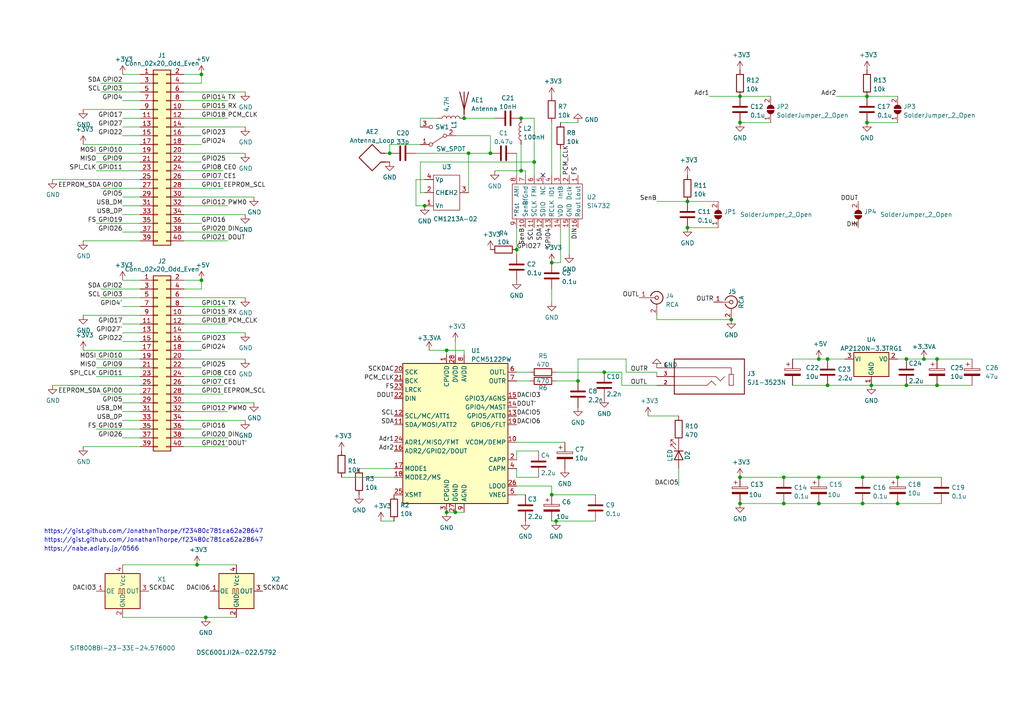
<source format=kicad_sch>
(kicad_sch (version 20211123) (generator eeschema)
  (paper "A4")
  (lib_symbols
    (symbol "Audio:PCM5122PW"
      (property "Reference" "U" (at -13.97 21.59 0))
      (property "Value" "PCM5122PW" (at 10.16 21.59 0))
      (symbol "PCM5122PW_1_1"
        (pin power_in line (at -2.54 22.86 270) (length 2.54) (name "CPVDD") (number "1"))
        (pin bidirectional line (at 17.78 -2.54 180) (length 2.54) (name "VCOM/DEMP") (number "10"))
        (pin bidirectional line (at -17.78 2.54 0) (length 2.54) (name "SDA/MOSI/ATT2") (number "11"))
        (pin input line (at -17.78 5.08 0) (length 2.54) (name "SCL/MC/ATT1") (number "12"))
        (pin bidirectional line (at 17.78 5.08 180) (length 2.54) (name "GPIO5/ATT0") (number "13"))
        (pin bidirectional line (at 17.78 7.62 180) (length 2.54) (name "GPIO4/MAST") (number "14"))
        (pin bidirectional line (at 17.78 10.16 180) (length 2.54) (name "GPIO3/AGNS") (number "15"))
        (pin bidirectional line (at -17.78 -5.08 0) (length 2.54) (name "ADR2/GPIO2/DOUT") (number "16"))
        (pin input line (at -17.78 -10.16 0) (length 2.54) (name "MODE1") (number "17"))
        (pin input line (at -17.78 -12.7 0) (length 2.54) (name "MODE2/MS") (number "18"))
        (pin bidirectional line (at 17.78 2.54 180) (length 2.54) (name "GPIO6/FLT") (number "19"))
        (pin passive line (at 17.78 -7.62 180) (length 2.54) (name "CAPP") (number "2"))
        (pin input line (at -17.78 17.78 0) (length 2.54) (name "SCK") (number "20"))
        (pin bidirectional line (at -17.78 15.24 0) (length 2.54) (name "BCK") (number "21"))
        (pin input line (at -17.78 10.16 0) (length 2.54) (name "DIN") (number "22"))
        (pin bidirectional line (at -17.78 12.7 0) (length 2.54) (name "LRCK") (number "23"))
        (pin bidirectional line (at -17.78 -2.54 0) (length 2.54) (name "ADR1/MISO/FMT") (number "24"))
        (pin input line (at -17.78 -17.78 0) (length 2.54) (name "XSMT") (number "25"))
        (pin passive line (at 17.78 -15.24 180) (length 2.54) (name "LDOO") (number "26"))
        (pin power_in line (at 0 -22.86 90) (length 2.54) (name "DGND") (number "27"))
        (pin power_in line (at 0 22.86 270) (length 2.54) (name "DVDD") (number "28"))
        (pin power_in line (at -2.54 -22.86 90) (length 2.54) (name "CPGND") (number "3"))
        (pin passive line (at 17.78 -10.16 180) (length 2.54) (name "CAPM") (number "4"))
        (pin passive line (at 17.78 -17.78 180) (length 2.54) (name "VNEG") (number "5"))
        (pin output line (at 17.78 17.78 180) (length 2.54) (name "OUTL") (number "6"))
        (pin output line (at 17.78 15.24 180) (length 2.54) (name "OUTR") (number "7"))
        (pin power_in line (at 2.54 22.86 270) (length 2.54) (name "AVDD") (number "8"))
        (pin power_in line (at 2.54 -22.86 90) (length 2.54) (name "AGND") (number "9"))
      )
    )
    (symbol "Connector:Conn_Coaxial" (pin_names (offset 1.016) hide)
      (property "Reference" "J" (at 0.254 3.048 0))
      (property "Value" "Conn_Coaxial" (at 2.921 0 90))
      (symbol "Conn_Coaxial_1_1"
        (pin passive line (at -5.08 0 0) (length 2.54) (name "In") (number "1"))
        (pin passive line (at 0 -5.08 90) (length 2.54) (name "Ext") (number "2"))
      )
    )
    (symbol "Connector_Generic:Conn_02x20_Odd_Even" (pin_names (offset 1.016) hide)
      (property "Reference" "J" (at 1.27 25.4 0))
      (property "Value" "Conn_02x20_Odd_Even" (at 1.27 -27.94 0))
      (symbol "Conn_02x20_Odd_Even_1_1"
        (pin passive line (at -5.08 22.86 0) (length 3.81) (name "Pin_1") (number "1"))
        (pin passive line (at 7.62 12.7 180) (length 3.81) (name "Pin_10") (number "10"))
        (pin passive line (at -5.08 10.16 0) (length 3.81) (name "Pin_11") (number "11"))
        (pin passive line (at 7.62 10.16 180) (length 3.81) (name "Pin_12") (number "12"))
        (pin passive line (at -5.08 7.62 0) (length 3.81) (name "Pin_13") (number "13"))
        (pin passive line (at 7.62 7.62 180) (length 3.81) (name "Pin_14") (number "14"))
        (pin passive line (at -5.08 5.08 0) (length 3.81) (name "Pin_15") (number "15"))
        (pin passive line (at 7.62 5.08 180) (length 3.81) (name "Pin_16") (number "16"))
        (pin passive line (at -5.08 2.54 0) (length 3.81) (name "Pin_17") (number "17"))
        (pin passive line (at 7.62 2.54 180) (length 3.81) (name "Pin_18") (number "18"))
        (pin passive line (at -5.08 0 0) (length 3.81) (name "Pin_19") (number "19"))
        (pin passive line (at 7.62 22.86 180) (length 3.81) (name "Pin_2") (number "2"))
        (pin passive line (at 7.62 0 180) (length 3.81) (name "Pin_20") (number "20"))
        (pin passive line (at -5.08 -2.54 0) (length 3.81) (name "Pin_21") (number "21"))
        (pin passive line (at 7.62 -2.54 180) (length 3.81) (name "Pin_22") (number "22"))
        (pin passive line (at -5.08 -5.08 0) (length 3.81) (name "Pin_23") (number "23"))
        (pin passive line (at 7.62 -5.08 180) (length 3.81) (name "Pin_24") (number "24"))
        (pin passive line (at -5.08 -7.62 0) (length 3.81) (name "Pin_25") (number "25"))
        (pin passive line (at 7.62 -7.62 180) (length 3.81) (name "Pin_26") (number "26"))
        (pin passive line (at -5.08 -10.16 0) (length 3.81) (name "Pin_27") (number "27"))
        (pin passive line (at 7.62 -10.16 180) (length 3.81) (name "Pin_28") (number "28"))
        (pin passive line (at -5.08 -12.7 0) (length 3.81) (name "Pin_29") (number "29"))
        (pin passive line (at -5.08 20.32 0) (length 3.81) (name "Pin_3") (number "3"))
        (pin passive line (at 7.62 -12.7 180) (length 3.81) (name "Pin_30") (number "30"))
        (pin passive line (at -5.08 -15.24 0) (length 3.81) (name "Pin_31") (number "31"))
        (pin passive line (at 7.62 -15.24 180) (length 3.81) (name "Pin_32") (number "32"))
        (pin passive line (at -5.08 -17.78 0) (length 3.81) (name "Pin_33") (number "33"))
        (pin passive line (at 7.62 -17.78 180) (length 3.81) (name "Pin_34") (number "34"))
        (pin passive line (at -5.08 -20.32 0) (length 3.81) (name "Pin_35") (number "35"))
        (pin passive line (at 7.62 -20.32 180) (length 3.81) (name "Pin_36") (number "36"))
        (pin passive line (at -5.08 -22.86 0) (length 3.81) (name "Pin_37") (number "37"))
        (pin passive line (at 7.62 -22.86 180) (length 3.81) (name "Pin_38") (number "38"))
        (pin passive line (at -5.08 -25.4 0) (length 3.81) (name "Pin_39") (number "39"))
        (pin passive line (at 7.62 20.32 180) (length 3.81) (name "Pin_4") (number "4"))
        (pin passive line (at 7.62 -25.4 180) (length 3.81) (name "Pin_40") (number "40"))
        (pin passive line (at -5.08 17.78 0) (length 3.81) (name "Pin_5") (number "5"))
        (pin passive line (at 7.62 17.78 180) (length 3.81) (name "Pin_6") (number "6"))
        (pin passive line (at -5.08 15.24 0) (length 3.81) (name "Pin_7") (number "7"))
        (pin passive line (at 7.62 15.24 180) (length 3.81) (name "Pin_8") (number "8"))
        (pin passive line (at -5.08 12.7 0) (length 3.81) (name "Pin_9") (number "9"))
      )
    )
    (symbol "Device:Antenna" (pin_numbers hide) (pin_names (offset 1.016) hide)
      (property "Reference" "AE" (at -1.905 1.905 0))
      (property "Value" "Antenna" (at -1.905 0 0))
      (symbol "Antenna_1_1"
        (pin input line (at 0 -5.08 90) (length 2.54) (name "A") (number "1"))
      )
    )
    (symbol "Device:Antenna_Loop" (pin_numbers hide) (pin_names (offset 1.016) hide)
      (property "Reference" "AE" (at 1.27 6.35 0))
      (property "Value" "Antenna_Loop" (at 1.27 5.08 0))
      (symbol "Antenna_Loop_1_1"
        (pin input line (at 0 -5.08 90) (length 2.54) (name "~") (number "1"))
        (pin input line (at 2.54 -5.08 90) (length 2.54) (name "~") (number "2"))
      )
    )
    (symbol "Device:C" (pin_numbers hide) (pin_names (offset 0.254))
      (property "Reference" "C" (at 0.635 2.54 0))
      (property "Value" "C" (at 0.635 -2.54 0))
      (symbol "C_1_1"
        (pin passive line (at 0 3.81 270) (length 2.794) (name "~") (number "1"))
        (pin passive line (at 0 -3.81 90) (length 2.794) (name "~") (number "2"))
      )
    )
    (symbol "Device:C_Polarized" (pin_numbers hide) (pin_names (offset 0.254))
      (property "Reference" "C" (at 0.635 2.54 0))
      (property "Value" "C_Polarized" (at 0.635 -2.54 0))
      (symbol "C_Polarized_1_1"
        (pin passive line (at 0 3.81 270) (length 2.794) (name "~") (number "1"))
        (pin passive line (at 0 -3.81 90) (length 2.794) (name "~") (number "2"))
      )
    )
    (symbol "Device:L" (pin_numbers hide) (pin_names (offset 1.016) hide)
      (property "Reference" "L" (at -1.27 0 90))
      (property "Value" "L" (at 1.905 0 90))
      (symbol "L_1_1"
        (pin passive line (at 0 3.81 270) (length 1.27) (name "1") (number "1"))
        (pin passive line (at 0 -3.81 90) (length 1.27) (name "2") (number "2"))
      )
    )
    (symbol "Device:LED" (pin_numbers hide) (pin_names (offset 1.016) hide)
      (property "Reference" "D" (at 0 2.54 0))
      (property "Value" "LED" (at 0 -2.54 0))
      (symbol "LED_1_1"
        (pin passive line (at -3.81 0 0) (length 2.54) (name "K") (number "1"))
        (pin passive line (at 3.81 0 180) (length 2.54) (name "A") (number "2"))
      )
    )
    (symbol "Device:R" (pin_numbers hide) (pin_names (offset 0))
      (property "Reference" "R" (at 2.032 0 90))
      (property "Value" "R" (at 0 0 90))
      (symbol "R_1_1"
        (pin passive line (at 0 3.81 270) (length 1.27) (name "~") (number "1"))
        (pin passive line (at 0 -3.81 90) (length 1.27) (name "~") (number "2"))
      )
    )
    (symbol "Jumper:SolderJumper_2_Open" (pin_names (offset 0) hide)
      (property "Reference" "JP" (at 0 2.032 0))
      (property "Value" "SolderJumper_2_Open" (at 0 -2.54 0))
      (symbol "SolderJumper_2_Open_1_1"
        (pin passive line (at -3.81 0 0) (length 2.54) (name "A") (number "1"))
        (pin passive line (at 3.81 0 180) (length 2.54) (name "B") (number "2"))
      )
    )
    (symbol "Oscillator:SG-5032CCN" (pin_names (offset 0.254))
      (property "Reference" "X" (at -5.08 6.35 0))
      (property "Value" "SG-5032CCN" (at 1.27 -6.35 0))
      (symbol "SG-5032CCN_1_1"
        (pin input line (at -7.62 0 0) (length 2.54) (name "OE") (number "1"))
        (pin power_in line (at 0 -7.62 90) (length 2.54) (name "GND") (number "2"))
        (pin output line (at 7.62 0 180) (length 2.54) (name "OUT") (number "3"))
        (pin power_in line (at 0 7.62 270) (length 2.54) (name "Vcc") (number "4"))
      )
    )
    (symbol "Regulator_Linear:AP2127N-2.5" (pin_names (offset 0.254))
      (property "Reference" "U" (at -3.81 3.175 0))
      (property "Value" "AP2127N-2.5" (at 0 3.175 0))
      (symbol "AP2127N-2.5_1_1"
        (pin power_in line (at 0 -7.62 90) (length 2.54) (name "GND") (number "1"))
        (pin power_out line (at 7.62 0 180) (length 2.54) (name "VO") (number "2"))
        (pin power_in line (at -7.62 0 0) (length 2.54) (name "VI") (number "3"))
      )
    )
    (symbol "Switch:SW_SPDT" (pin_names (offset 0) hide)
      (property "Reference" "SW" (at 0 4.318 0))
      (property "Value" "SW_SPDT" (at 0 -5.08 0))
      (symbol "SW_SPDT_1_1"
        (pin passive line (at 5.08 2.54 180) (length 2.54) (name "A") (number "1"))
        (pin passive line (at -5.08 0 0) (length 2.54) (name "B") (number "2"))
        (pin passive line (at 5.08 -2.54 180) (length 2.54) (name "C") (number "3"))
      )
    )
    (symbol "locallib:CM1213A-02"
      (property "Reference" "U" (at 0 -8.89 0))
      (property "Value" "CM1213A-02" (at 0 12.7 0))
      (symbol "CM1213A-02_1_1"
        (pin passive line (at -10.16 1.27 0) (length 2.54) (name "Vn") (number "1"))
        (pin passive line (at -10.16 5.08 0) (length 2.54) (name "CH1") (number "2"))
        (pin passive line (at 2.54 5.08 180) (length 2.54) (name "CH2") (number "3"))
        (pin passive line (at -10.16 8.89 0) (length 2.54) (name "Vp") (number "4"))
      )
    )
    (symbol "locallib:SJ1-3523N" (pin_names (offset 1.016) hide)
      (property "Reference" "J" (at -10.16 7.62 0))
      (property "Value" "SJ1-3523N" (at -10.16 -10.16 0))
      (symbol "SJ1-3523N_0_0"
        (pin passive line (at 15.24 2.54 180) (length 5.08) (name "~") (number "1"))
        (pin passive line (at 15.24 -2.54 180) (length 5.08) (name "~") (number "2"))
        (pin passive line (at 15.24 0 180) (length 5.08) (name "~") (number "3"))
      )
    )
    (symbol "locallib:Si4832"
      (property "Reference" "U" (at 0 -13.97 0))
      (property "Value" "Si4832" (at -1.27 8.89 0))
      (symbol "Si4832_1_1"
        (pin passive line (at -7.62 6.35 0) (length 2.54) (name "Lout") (number "1"))
        (pin passive line (at 7.62 -8.89 180) (length 2.54) (name "SenB") (number "10"))
        (pin passive line (at 7.62 -6.35 180) (length 2.54) (name "SCLK") (number "11"))
        (pin passive line (at 7.62 -3.81 180) (length 2.54) (name "SDIO") (number "12"))
        (pin passive line (at 7.62 -1.27 180) (length 2.54) (name "RCLK") (number "13"))
        (pin passive line (at 7.62 1.27 180) (length 2.54) (name "VDD") (number "14"))
        (pin passive line (at 7.62 3.81 180) (length 2.54) (name "GND") (number "15"))
        (pin passive line (at 7.62 6.35 180) (length 2.54) (name "Rout") (number "16"))
        (pin passive line (at -7.62 3.81 0) (length 2.54) (name "Dclk") (number "2"))
        (pin passive line (at -7.62 1.27 0) (length 2.54) (name "IntB") (number "3"))
        (pin passive line (at -7.62 -1.27 0) (length 2.54) (name "IO1") (number "4"))
        (pin passive line (at -7.62 -3.81 0) (length 2.54) (name "NC") (number "5"))
        (pin passive line (at -7.62 -6.35 0) (length 2.54) (name "FMI") (number "6"))
        (pin passive line (at -7.62 -8.89 0) (length 2.54) (name "RfGnd") (number "7"))
        (pin passive line (at -7.62 -11.43 0) (length 2.54) (name "AMI") (number "8"))
        (pin passive line (at 7.62 -11.43 180) (length 2.54) (name "*Rst") (number "9"))
      )
    )
    (symbol "power:+3.3VA" (power) (pin_names (offset 0))
      (property "Value" "+3.3VA" (at 0 3.556 0))
      (symbol "+3.3VA_1_1"
        (pin power_in line (at 0 0 90) (length 0) hide (name "+3.3VA") (number "1"))
      )
    )
    (symbol "power:+3V3" (power) (pin_names (offset 0))
      (property "Value" "+3V3" (at 0 3.556 0))
      (symbol "+3V3_1_1"
        (pin power_in line (at 0 0 90) (length 0) hide (name "+3V3") (number "1"))
      )
    )
    (symbol "power:+5V" (power) (pin_names (offset 0))
      (property "Value" "+5V" (at 0 3.556 0))
      (symbol "+5V_1_1"
        (pin power_in line (at 0 0 90) (length 0) hide (name "+5V") (number "1"))
      )
    )
    (symbol "power:GND" (power) (pin_names (offset 0))
      (property "Value" "GND" (at 0 -3.81 0))
      (symbol "GND_1_1"
        (pin power_in line (at 0 0 270) (length 0) hide (name "GND") (number "1"))
      )
    )
  )
  (junction (at 132.08 148.59))
  (junction (at 251.46 27.94))
  (junction (at 161.29 151.13))
  (junction (at 199.39 66.04))
  (junction (at 135.89 44.45))
  (junction (at 58.42 21.59))
  (junction (at 160.02 143.51))
  (junction (at 113.03 44.45))
  (junction (at 151.13 49.53))
  (junction (at 57.15 163.83))
  (junction (at 59.69 179.07))
  (junction (at 262.89 111.76))
  (junction (at 212.09 92.71))
  (junction (at 240.03 104.14))
  (junction (at 129.54 148.59))
  (junction (at 214.63 138.43))
  (junction (at 251.46 35.56))
  (junction (at 199.39 58.42))
  (junction (at 129.54 101.6))
  (junction (at 149.86 72.39))
  (junction (at 237.49 104.14))
  (junction (at 227.33 138.43))
  (junction (at 227.33 146.05))
  (junction (at 260.35 146.05))
  (junction (at 154.94 46.99))
  (junction (at 237.49 138.43))
  (junction (at 262.89 104.14))
  (junction (at 175.26 107.95))
  (junction (at 123.19 59.69))
  (junction (at 271.78 104.14))
  (junction (at 250.19 138.43))
  (junction (at 252.73 111.76))
  (junction (at 214.63 146.05))
  (junction (at 237.49 146.05))
  (junction (at 160.02 76.2))
  (junction (at 214.63 35.56))
  (junction (at 271.78 111.76))
  (junction (at 142.24 44.45))
  (junction (at 167.64 110.49))
  (junction (at 134.62 34.29))
  (junction (at 151.13 34.29))
  (junction (at 260.35 138.43))
  (junction (at 214.63 27.94))
  (junction (at 240.03 111.76))
  (junction (at 267.97 104.14))
  (junction (at 58.42 81.28))
  (junction (at 250.19 146.05))
  (no_connect (at 157.48 50.8))
  (wire (pts (xy 205.74 27.94) (xy 214.63 27.94)))
  (wire (pts (xy 121.92 55.88) (xy 123.19 55.88)))
  (wire (pts (xy 237.49 138.43) (xy 250.19 138.43)))
  (wire (pts (xy 152.4 50.8) (xy 152.4 49.53)))
  (wire (pts (xy 149.86 128.27) (xy 163.83 128.27)))
  (wire (pts (xy 110.49 151.13) (xy 114.3 151.13)))
  (wire (pts (xy 196.85 140.97) (xy 196.85 135.89)))
  (wire (pts (xy 240.03 104.14) (xy 245.11 104.14)))
  (wire (pts (xy 149.86 107.95) (xy 153.67 107.95)))
  (wire (pts (xy 53.34 34.29) (xy 66.04 34.29)))
  (wire (pts (xy 24.13 91.44) (xy 40.64 91.44)))
  (wire (pts (xy 167.64 104.14) (xy 167.64 110.49)))
  (wire (pts (xy 160.02 143.51) (xy 172.72 143.51)))
  (wire (pts (xy 35.56 96.52) (xy 40.64 96.52)))
  (wire (pts (xy 29.21 26.67) (xy 40.64 26.67)))
  (wire (pts (xy 53.34 29.21) (xy 66.04 29.21)))
  (wire (pts (xy 53.34 104.14) (xy 71.12 104.14)))
  (wire (pts (xy 175.26 107.95) (xy 180.34 107.95)))
  (wire (pts (xy 53.34 127) (xy 66.04 127)))
  (wire (pts (xy 260.35 104.14) (xy 262.89 104.14)))
  (wire (pts (xy 15.24 52.07) (xy 40.64 52.07)))
  (wire (pts (xy 29.21 24.13) (xy 40.64 24.13)))
  (wire (pts (xy 27.94 124.46) (xy 40.64 124.46)))
  (wire (pts (xy 53.34 91.44) (xy 66.04 91.44)))
  (wire (pts (xy 53.34 129.54) (xy 66.04 129.54)))
  (wire (pts (xy 71.12 121.92) (xy 53.34 121.92)))
  (wire (pts (xy 53.34 39.37) (xy 58.42 39.37)))
  (wire (pts (xy 267.97 104.14) (xy 271.78 104.14)))
  (wire (pts (xy 104.14 135.89) (xy 114.3 135.89)))
  (wire (pts (xy 29.21 114.3) (xy 40.64 114.3)))
  (wire (pts (xy 262.89 111.76) (xy 271.78 111.76)))
  (wire (pts (xy 53.34 116.84) (xy 73.66 116.84)))
  (wire (pts (xy 190.5 58.42) (xy 199.39 58.42)))
  (wire (pts (xy 180.34 111.76) (xy 190.5 111.76)))
  (wire (pts (xy 149.86 72.39) (xy 149.86 73.66)))
  (wire (pts (xy 160.02 76.2) (xy 162.56 76.2)))
  (wire (pts (xy 53.34 124.46) (xy 58.42 124.46)))
  (wire (pts (xy 149.86 140.97) (xy 160.02 140.97)))
  (wire (pts (xy 132.08 39.37) (xy 142.24 39.37)))
  (wire (pts (xy 27.94 104.14) (xy 40.64 104.14)))
  (wire (pts (xy 134.62 101.6) (xy 134.62 102.87)))
  (wire (pts (xy 154.94 46.99) (xy 121.92 46.99)))
  (wire (pts (xy 35.56 121.92) (xy 40.64 121.92)))
  (wire (pts (xy 129.54 148.59) (xy 132.08 148.59)))
  (wire (pts (xy 129.54 101.6) (xy 129.54 102.87)))
  (wire (pts (xy 35.56 36.83) (xy 40.64 36.83)))
  (wire (pts (xy 161.29 151.13) (xy 172.72 151.13)))
  (wire (pts (xy 187.96 120.65) (xy 196.85 120.65)))
  (wire (pts (xy 121.92 34.29) (xy 121.92 36.83)))
  (wire (pts (xy 250.19 146.05) (xy 260.35 146.05)))
  (wire (pts (xy 35.56 116.84) (xy 40.64 116.84)))
  (wire (pts (xy 199.39 58.42) (xy 208.28 58.42)))
  (wire (pts (xy 262.89 104.14) (xy 267.97 104.14)))
  (wire (pts (xy 151.13 41.91) (xy 151.13 49.53)))
  (wire (pts (xy 229.87 104.14) (xy 237.49 104.14)))
  (wire (pts (xy 134.62 34.29) (xy 143.51 34.29)))
  (wire (pts (xy 132.08 99.06) (xy 132.08 102.87)))
  (wire (pts (xy 35.56 62.23) (xy 40.64 62.23)))
  (wire (pts (xy 27.94 46.99) (xy 40.64 46.99)))
  (wire (pts (xy 149.86 66.04) (xy 149.86 72.39)))
  (wire (pts (xy 53.34 26.67) (xy 71.12 26.67)))
  (wire (pts (xy 251.46 35.56) (xy 260.35 35.56)))
  (wire (pts (xy 24.13 101.6) (xy 40.64 101.6)))
  (wire (pts (xy 123.19 52.07) (xy 120.65 52.07)))
  (wire (pts (xy 135.89 44.45) (xy 135.89 55.88)))
  (wire (pts (xy 149.86 130.81) (xy 156.21 130.81)))
  (wire (pts (xy 53.34 93.98) (xy 66.04 93.98)))
  (wire (pts (xy 53.34 49.53) (xy 64.77 49.53)))
  (wire (pts (xy 161.29 110.49) (xy 167.64 110.49)))
  (wire (pts (xy 29.21 83.82) (xy 40.64 83.82)))
  (wire (pts (xy 53.34 52.07) (xy 64.77 52.07)))
  (wire (pts (xy 53.34 41.91) (xy 58.42 41.91)))
  (wire (pts (xy 58.42 24.13) (xy 58.42 21.59)))
  (wire (pts (xy 143.51 49.53) (xy 151.13 49.53)))
  (wire (pts (xy 53.34 111.76) (xy 64.77 111.76)))
  (wire (pts (xy 165.1 66.04) (xy 165.1 73.66)))
  (wire (pts (xy 120.65 44.45) (xy 135.89 44.45)))
  (wire (pts (xy 40.64 129.54) (xy 24.13 129.54)))
  (wire (pts (xy 227.33 146.05) (xy 237.49 146.05)))
  (wire (pts (xy 180.34 107.95) (xy 180.34 111.76)))
  (wire (pts (xy 181.61 104.14) (xy 181.61 107.95)))
  (wire (pts (xy 142.24 44.45) (xy 135.89 44.45)))
  (wire (pts (xy 181.61 107.95) (xy 190.5 107.95)))
  (wire (pts (xy 27.94 49.53) (xy 40.64 49.53)))
  (wire (pts (xy 250.19 138.43) (xy 260.35 138.43)))
  (wire (pts (xy 129.54 101.6) (xy 134.62 101.6)))
  (wire (pts (xy 237.49 104.14) (xy 240.03 104.14)))
  (wire (pts (xy 53.34 106.68) (xy 58.42 106.68)))
  (wire (pts (xy 35.56 99.06) (xy 40.64 99.06)))
  (wire (pts (xy 29.21 86.36) (xy 40.64 86.36)))
  (wire (pts (xy 27.94 64.77) (xy 40.64 64.77)))
  (wire (pts (xy 124.46 101.6) (xy 129.54 101.6)))
  (wire (pts (xy 151.13 49.53) (xy 152.4 49.53)))
  (wire (pts (xy 53.34 114.3) (xy 64.77 114.3)))
  (wire (pts (xy 35.56 21.59) (xy 40.64 21.59)))
  (wire (pts (xy 53.34 109.22) (xy 64.77 109.22)))
  (wire (pts (xy 120.65 59.69) (xy 123.19 59.69)))
  (wire (pts (xy 162.56 66.04) (xy 162.56 76.2)))
  (wire (pts (xy 53.34 96.52) (xy 71.12 96.52)))
  (wire (pts (xy 35.56 93.98) (xy 40.64 93.98)))
  (wire (pts (xy 121.92 46.99) (xy 121.92 55.88)))
  (wire (pts (xy 181.61 104.14) (xy 167.64 104.14)))
  (wire (pts (xy 132.08 148.59) (xy 134.62 148.59)))
  (wire (pts (xy 35.56 34.29) (xy 40.64 34.29)))
  (wire (pts (xy 190.5 92.71) (xy 190.5 91.44)))
  (wire (pts (xy 35.56 163.83) (xy 57.15 163.83)))
  (wire (pts (xy 53.34 21.59) (xy 58.42 21.59)))
  (wire (pts (xy 160.02 151.13) (xy 161.29 151.13)))
  (wire (pts (xy 142.24 39.37) (xy 142.24 44.45)))
  (wire (pts (xy 154.94 50.8) (xy 154.94 46.99)))
  (wire (pts (xy 35.56 59.69) (xy 40.64 59.69)))
  (wire (pts (xy 35.56 119.38) (xy 40.64 119.38)))
  (wire (pts (xy 214.63 146.05) (xy 227.33 146.05)))
  (wire (pts (xy 53.34 59.69) (xy 66.04 59.69)))
  (wire (pts (xy 53.34 69.85) (xy 66.04 69.85)))
  (wire (pts (xy 53.34 67.31) (xy 66.04 67.31)))
  (wire (pts (xy 190.5 107.95) (xy 190.5 109.22)))
  (wire (pts (xy 161.29 107.95) (xy 175.26 107.95)))
  (wire (pts (xy 53.34 119.38) (xy 66.04 119.38)))
  (wire (pts (xy 53.34 57.15) (xy 73.66 57.15)))
  (wire (pts (xy 151.13 34.29) (xy 154.94 34.29)))
  (wire (pts (xy 240.03 111.76) (xy 252.73 111.76)))
  (wire (pts (xy 35.56 88.9) (xy 40.64 88.9)))
  (wire (pts (xy 35.56 127) (xy 40.64 127)))
  (wire (pts (xy 127 34.29) (xy 121.92 34.29)))
  (wire (pts (xy 149.86 138.43) (xy 149.86 135.89)))
  (wire (pts (xy 53.34 31.75) (xy 66.04 31.75)))
  (wire (pts (xy 214.63 35.56) (xy 223.52 35.56)))
  (wire (pts (xy 154.94 34.29) (xy 154.94 46.99)))
  (wire (pts (xy 113.03 41.91) (xy 121.92 41.91)))
  (wire (pts (xy 53.34 83.82) (xy 58.42 83.82)))
  (wire (pts (xy 35.56 29.21) (xy 40.64 29.21)))
  (wire (pts (xy 24.13 41.91) (xy 40.64 41.91)))
  (wire (pts (xy 35.56 39.37) (xy 40.64 39.37)))
  (wire (pts (xy 120.65 52.07) (xy 120.65 59.69)))
  (wire (pts (xy 29.21 54.61) (xy 40.64 54.61)))
  (wire (pts (xy 113.03 44.45) (xy 113.03 41.91)))
  (wire (pts (xy 149.86 44.45) (xy 149.86 50.8)))
  (wire (pts (xy 27.94 106.68) (xy 40.64 106.68)))
  (wire (pts (xy 99.06 138.43) (xy 114.3 138.43)))
  (wire (pts (xy 27.94 109.22) (xy 40.64 109.22)))
  (wire (pts (xy 252.73 111.76) (xy 262.89 111.76)))
  (wire (pts (xy 53.34 99.06) (xy 58.42 99.06)))
  (wire (pts (xy 53.34 86.36) (xy 71.12 86.36)))
  (wire (pts (xy 27.94 44.45) (xy 40.64 44.45)))
  (wire (pts (xy 58.42 83.82) (xy 58.42 81.28)))
  (wire (pts (xy 35.56 179.07) (xy 59.69 179.07)))
  (wire (pts (xy 53.34 46.99) (xy 58.42 46.99)))
  (wire (pts (xy 71.12 62.23) (xy 53.34 62.23)))
  (wire (pts (xy 35.56 67.31) (xy 40.64 67.31)))
  (wire (pts (xy 229.87 111.76) (xy 240.03 111.76)))
  (wire (pts (xy 156.21 138.43) (xy 149.86 138.43)))
  (wire (pts (xy 242.57 27.94) (xy 251.46 27.94)))
  (wire (pts (xy 40.64 69.85) (xy 24.13 69.85)))
  (wire (pts (xy 35.56 81.28) (xy 40.64 81.28)))
  (wire (pts (xy 260.35 138.43) (xy 273.05 138.43)))
  (wire (pts (xy 149.86 133.35) (xy 149.86 130.81)))
  (wire (pts (xy 15.24 111.76) (xy 40.64 111.76)))
  (wire (pts (xy 214.63 138.43) (xy 227.33 138.43)))
  (wire (pts (xy 260.35 146.05) (xy 273.05 146.05)))
  (wire (pts (xy 251.46 27.94) (xy 260.35 27.94)))
  (wire (pts (xy 53.34 101.6) (xy 58.42 101.6)))
  (wire (pts (xy 162.56 43.18) (xy 162.56 50.8)))
  (wire (pts (xy 212.09 92.71) (xy 190.5 92.71)))
  (wire (pts (xy 162.56 35.56) (xy 167.64 35.56)))
  (wire (pts (xy 271.78 104.14) (xy 281.94 104.14)))
  (wire (pts (xy 160.02 83.82) (xy 160.02 87.63)))
  (wire (pts (xy 237.49 146.05) (xy 250.19 146.05)))
  (wire (pts (xy 149.86 143.51) (xy 152.4 143.51)))
  (wire (pts (xy 53.34 64.77) (xy 58.42 64.77)))
  (wire (pts (xy 149.86 110.49) (xy 153.67 110.49)))
  (wire (pts (xy 214.63 27.94) (xy 223.52 27.94)))
  (wire (pts (xy 53.34 36.83) (xy 71.12 36.83)))
  (wire (pts (xy 160.02 35.56) (xy 160.02 50.8)))
  (wire (pts (xy 24.13 31.75) (xy 40.64 31.75)))
  (wire (pts (xy 271.78 111.76) (xy 281.94 111.76)))
  (wire (pts (xy 199.39 66.04) (xy 208.28 66.04)))
  (wire (pts (xy 53.34 24.13) (xy 58.42 24.13)))
  (wire (pts (xy 53.34 54.61) (xy 64.77 54.61)))
  (wire (pts (xy 160.02 140.97) (xy 160.02 143.51)))
  (wire (pts (xy 53.34 88.9) (xy 66.04 88.9)))
  (wire (pts (xy 57.15 163.83) (xy 68.58 163.83)))
  (wire (pts (xy 53.34 81.28) (xy 58.42 81.28)))
  (wire (pts (xy 35.56 57.15) (xy 40.64 57.15)))
  (wire (pts (xy 227.33 138.43) (xy 237.49 138.43)))
  (wire (pts (xy 53.34 44.45) (xy 71.12 44.45)))
  (wire (pts (xy 59.69 179.07) (xy 68.58 179.07)))
  (text "https://gist.github.com/JonathanThorpe/f23480c781ca62a28647" (at 12.7 154.94 0) (effects (font (size 1.27 1.27)) (justify left bottom)))
  (text "https://nabe.adiary.jp/0566" (at 12.7 160.02 0) (effects (font (size 1.27 1.27)) (justify left bottom)))
  (text "https://gist.github.com/JonathanThorpe/f23480c781ca62a28647" (at 12.7 157.48 0) (effects (font (size 1.27 1.27)) (justify left bottom)))
  (label "DACIO5" (at 149.86 120.65 0))
  (label "OUTR" (at 207.01 87.63 180))
  (label "GPIO12" (at 58.42 59.69 0))
  (label "GPIO7" (at 58.42 111.76 0))
  (label "GPIO4" (at 35.56 29.21 180))
  (label "GPIO27'" (at 35.56 96.52 180))
  (label "SPI_CLK" (at 27.94 109.22 180))
  (label "GPIO19" (at 35.56 64.77 180))
  (label "GPIO10" (at 35.56 44.45 180))
  (label "GPIO26" (at 35.56 67.31 180))
  (label "GPIO2" (at 35.56 83.82 180))
  (label "GPIO15" (at 58.42 31.75 0))
  (label "GPIO8" (at 58.42 49.53 0))
  (label "CE1" (at 64.77 111.76 0))
  (label "GPIO11" (at 35.56 49.53 180))
  (label "GPIO8" (at 58.42 109.22 0))
  (label "CE0" (at 64.77 109.22 0))
  (label "FS" (at 27.94 124.46 180))
  (label "GPIO12" (at 58.42 119.38 0))
  (label "DOUT" (at 114.3 115.57 180))
  (label "MOSI" (at 27.94 44.45 180))
  (label "DIN" (at 66.04 127 0))
  (label "PCM_CLK" (at 114.3 110.49 180))
  (label "SCL" (at 29.21 26.67 180))
  (label "GPIO10" (at 35.56 104.14 180))
  (label "OUTL" (at 185.42 86.36 180))
  (label "GPIO11" (at 35.56 109.22 180))
  (label "CE0" (at 64.77 49.53 0))
  (label "EEPROM_SDA" (at 29.21 114.3 180))
  (label "PCM_CLK" (at 66.04 93.98 0))
  (label "DOUT" (at 248.92 58.42 180))
  (label "SDA" (at 157.48 66.04 270))
  (label "GPIO5" (at 35.56 57.15 180))
  (label "GPIO7" (at 58.42 52.07 0))
  (label "GPIO5" (at 35.56 116.84 180))
  (label "EEPROM_SCL" (at 64.77 54.61 0))
  (label "GPIO26" (at 35.56 127 180))
  (label "MISO" (at 27.94 106.68 180))
  (label "USB_DM" (at 35.56 59.69 180))
  (label "FS" (at 114.3 113.03 180))
  (label "SCKDAC" (at 43.18 171.45 0))
  (label "PCM_CLK" (at 66.04 34.29 0))
  (label "GPIO27" (at 35.56 36.83 180))
  (label "GPIO4" (at 160.02 66.04 270))
  (label "GPIO21'" (at 58.42 129.54 0))
  (label "GPIO1" (at 58.42 54.61 0))
  (label "DACIO3" (at 149.86 115.57 0))
  (label "GPIO25" (at 58.42 46.99 0))
  (label "USB_DP" (at 35.56 62.23 180))
  (label "MOSI" (at 27.94 104.14 180))
  (label "GPIO20" (at 58.42 67.31 0))
  (label "RX" (at 66.04 91.44 0))
  (label "GPIO17" (at 35.56 34.29 180))
  (label "GPIO19" (at 35.56 124.46 180))
  (label "Adr2" (at 114.3 130.81 180))
  (label "Adr1" (at 205.74 27.94 180))
  (label "DACIO6" (at 60.96 171.45 180))
  (label "OUTR" (at 182.88 107.95 0))
  (label "GPIO25" (at 58.42 106.68 0))
  (label "GPIO22" (at 35.56 99.06 180))
  (label "USB_DM" (at 35.56 119.38 180))
  (label "GPIO9" (at 35.56 46.99 180))
  (label "SCKDAC" (at 114.3 107.95 180))
  (label "MISO" (at 27.94 46.99 180))
  (label "GPIO2" (at 35.56 24.13 180))
  (label "GPIO3" (at 35.56 86.36 180))
  (label "SCKDAC" (at 76.2 171.45 0))
  (label "Adr2" (at 242.57 27.94 180))
  (label "SPI_CLK" (at 27.94 49.53 180))
  (label "PWM0" (at 66.04 119.38 0))
  (label "GPIO0" (at 35.56 54.61 180))
  (label "SCL" (at 154.94 66.04 270))
  (label "EEPROM_SDA" (at 29.21 54.61 180))
  (label "GPIO22" (at 35.56 39.37 180))
  (label "GPIO3" (at 35.56 26.67 180))
  (label "DIN" (at 66.04 67.31 0))
  (label "GPIO17" (at 35.56 93.98 180))
  (label "DOUT'" (at 66.04 129.54 0))
  (label "GPIO27" (at 149.86 72.39 0))
  (label "GPIO14" (at 58.42 88.9 0))
  (label "GPIO18" (at 58.42 93.98 0))
  (label "GPIO4'" (at 35.56 88.9 180))
  (label "DOUT" (at 66.04 69.85 0))
  (label "GPIO24" (at 58.42 41.91 0))
  (label "DOUT'" (at 149.86 118.11 0))
  (label "PWM0" (at 66.04 59.69 0))
  (label "SDA" (at 114.3 123.19 180))
  (label "DACIO3" (at 27.94 171.45 180))
  (label "DIN" (at 167.64 66.04 270))
  (label "DACIO5" (at 196.85 140.97 180))
  (label "GPIO20" (at 58.42 127 0))
  (label "GPIO9" (at 35.56 106.68 180))
  (label "GPIO23" (at 58.42 99.06 0))
  (label "OUTL" (at 182.88 111.76 0))
  (label "FS" (at 167.64 50.8 90))
  (label "USB_DP" (at 35.56 121.92 180))
  (label "GPIO16" (at 58.42 124.46 0))
  (label "GPIO21" (at 58.42 69.85 0))
  (label "GPIO15" (at 58.42 91.44 0))
  (label "SCL" (at 114.3 120.65 180))
  (label "CE1" (at 64.77 52.07 0))
  (label "GPIO24" (at 58.42 101.6 0))
  (label "DIN" (at 248.92 66.04 180))
  (label "TX" (at 66.04 88.9 0))
  (label "GPIO18" (at 58.42 34.29 0))
  (label "SenB" (at 190.5 58.42 180))
  (label "Adr1" (at 114.3 128.27 180))
  (label "RX" (at 66.04 31.75 0))
  (label "DACIO6" (at 149.86 123.19 0))
  (label "TX" (at 66.04 29.21 0))
  (label "GPIO16" (at 58.42 64.77 0))
  (label "SDA" (at 29.21 24.13 180))
  (label "GPIO23" (at 58.42 39.37 0))
  (label "EEPROM_SCL" (at 64.77 114.3 0))
  (label "FS" (at 27.94 64.77 180))
  (label "PCM_CLK" (at 165.1 50.8 90))
  (label "GPIO1" (at 58.42 114.3 0))
  (label "SDA" (at 29.21 83.82 180))
  (label "SenB" (at 152.4 66.04 270))
  (label "GPIO0" (at 35.56 114.3 180))
  (label "GPIO14" (at 58.42 29.21 0))
  (label "SCL" (at 29.21 86.36 180))
  (symbol (lib_id "power:+5V") (at 58.42 81.28 0) (unit 1)
    (property "Reference" "#PWR0120" (effects hide))
    (property "Value" "+5V" (at 58.801 76.8858 0))
  )
  (symbol (lib_id "Device:C") (at 227.33 142.24 0) (unit 1)
    (property "Reference" "C14" (at 230.251 141.4053 0) (effects (justify left)))
    (property "Value" "0.1u" (at 230.251 143.9422 0) (effects (justify left)))
  )
  (symbol (lib_id "Device:R") (at 157.48 110.49 270) (unit 1)
    (property "Reference" "R6" (at 157.48 112.522 90))
    (property "Value" "470" (at 157.48 110.49 90))
  )
  (symbol (lib_id "power:+3V3") (at 214.63 138.43 0) (unit 1)
    (property "Reference" "#PWR025" (effects hide))
    (property "Value" "+3V3" (at 215.011 134.0358 0))
  )
  (symbol (lib_id "Device:C_Polarized") (at 281.94 107.95 0) (unit 1)
    (property "Reference" "C26" (at 285.75 106.68 0) (effects (justify left)))
    (property "Value" "47u" (at 285.75 109.22 0) (effects (justify left)))
  )
  (symbol (lib_id "Device:R") (at 214.63 24.13 180) (unit 1)
    (property "Reference" "R12" (at 216.408 23.2953 0) (effects (justify right)))
    (property "Value" "10k" (at 216.408 25.8322 0) (effects (justify right)))
  )
  (symbol (lib_id "Jumper:SolderJumper_2_Open") (at 223.52 31.75 90) (unit 1)
    (property "Reference" "JP2" (at 225.171 30.9153 90) (effects (justify right)))
    (property "Value" "SolderJumper_2_Open" (at 225.171 33.4522 90) (effects (justify right)))
  )
  (symbol (lib_id "Device:C_Polarized") (at 160.02 147.32 0) (unit 1)
    (property "Reference" "C6" (at 162.941 145.5963 0) (effects (justify left)))
    (property "Value" "10u" (at 161.29 149.86 0) (effects (justify left)))
  )
  (symbol (lib_id "Device:C") (at 175.26 111.76 0) (unit 1)
    (property "Reference" "C10" (at 175.895 109.22 0) (effects (justify left)))
    (property "Value" "2.2n" (at 175.895 114.3 0) (effects (justify left)))
  )
  (symbol (lib_id "power:+3.3VA") (at 124.46 101.6 0) (unit 1)
    (property "Reference" "#PWR033" (effects hide))
    (property "Value" "+3.3VA" (at 124.46 98.0242 0))
  )
  (symbol (lib_id "Device:C") (at 172.72 147.32 0) (unit 1)
    (property "Reference" "C9" (at 175.641 146.4853 0) (effects (justify left)))
    (property "Value" "0.1u" (at 175.641 149.0222 0) (effects (justify left)))
  )
  (symbol (lib_id "power:+3V3") (at 110.49 151.13 0) (unit 1)
    (property "Reference" "#PWR030" (effects hide))
    (property "Value" "+3V3" (at 110.871 146.7358 0))
  )
  (symbol (lib_id "power:GND") (at 214.63 146.05 0) (unit 1)
    (property "Reference" "#PWR026" (effects hide))
    (property "Value" "GND" (at 214.63 150.4934 0))
  )
  (symbol (lib_id "Device:C") (at 262.89 107.95 0) (unit 1)
    (property "Reference" "C24" (at 263.525 105.41 0) (effects (justify left)))
    (property "Value" "2.2u" (at 263.525 110.49 0) (effects (justify left)))
  )
  (symbol (lib_id "locallib:CM1213A-02") (at 133.35 60.96 0) (unit 1)
    (property "Reference" "U3" (at 129.54 48.421 0))
    (property "Value" "CM1213A-02" (at 132.08 63.5 0))
  )
  (symbol (lib_id "power:+3V3") (at 160.02 27.94 0) (unit 1)
    (property "Reference" "#PWR010" (effects hide))
    (property "Value" "+3V3" (at 160.401 23.5458 0))
  )
  (symbol (lib_id "power:+3V3") (at 199.39 50.8 0) (unit 1)
    (property "Reference" "#PWR021" (effects hide))
    (property "Value" "+3V3" (at 199.771 46.4058 0))
  )
  (symbol (lib_id "Device:R") (at 146.05 72.39 90) (unit 1)
    (property "Reference" "R4" (at 146.05 67.6742 90))
    (property "Value" "10k" (at 146.05 70.2111 90))
  )
  (symbol (lib_id "Device:C") (at 152.4 147.32 0) (unit 1)
    (property "Reference" "C3" (at 153.035 144.78 0) (effects (justify left)))
    (property "Value" "2.2u" (at 153.035 149.86 0) (effects (justify left)))
  )
  (symbol (lib_id "power:GND") (at 163.83 135.89 0) (unit 1)
    (property "Reference" "#PWR014" (effects hide))
    (property "Value" "GND" (at 163.83 140.3334 0))
  )
  (symbol (lib_id "power:GND") (at 129.54 148.59 0) (unit 1)
    (property "Reference" "#PWR05" (effects hide))
    (property "Value" "GND" (at 129.54 153.0334 0))
  )
  (symbol (lib_id "power:+3V3") (at 214.63 20.32 0) (unit 1)
    (property "Reference" "#PWR023" (effects hide))
    (property "Value" "+3V3" (at 215.011 15.9258 0))
  )
  (symbol (lib_id "power:GND") (at 71.12 121.92 0) (unit 1)
    (property "Reference" "#PWR0115" (effects hide))
    (property "Value" "GND" (at 71.247 126.3142 0))
  )
  (symbol (lib_id "power:GND") (at 113.03 46.99 0) (unit 1)
    (property "Reference" "#PWR031" (effects hide))
    (property "Value" "GND" (at 113.03 51.4334 0))
  )
  (symbol (lib_id "Device:R") (at 162.56 39.37 180) (unit 1)
    (property "Reference" "R8" (at 164.338 38.5353 0) (effects (justify right)))
    (property "Value" "10k" (at 164.338 41.0722 0) (effects (justify right)))
  )
  (symbol (lib_id "Device:C_Polarized") (at 163.83 132.08 0) (unit 1)
    (property "Reference" "C7" (at 166.751 130.3563 0) (effects (justify left)))
    (property "Value" "10u" (at 166.751 132.8932 0) (effects (justify left)))
  )
  (symbol (lib_id "power:+3.3VA") (at 267.97 104.14 0) (unit 1)
    (property "Reference" "#PWR037" (effects hide))
    (property "Value" "+3.3VA" (at 267.97 100.5642 0))
  )
  (symbol (lib_id "power:+5V") (at 58.42 21.59 0) (unit 1)
    (property "Reference" "#PWR0107" (effects hide))
    (property "Value" "+5V" (at 58.801 17.1958 0))
  )
  (symbol (lib_id "power:+3V3") (at 35.56 81.28 0) (unit 1)
    (property "Reference" "#PWR0101" (effects hide))
    (property "Value" "+3V3" (at 35.941 76.8858 0))
  )
  (symbol (lib_id "power:GND") (at 71.12 96.52 0) (unit 1)
    (property "Reference" "#PWR0122" (effects hide))
    (property "Value" "GND" (at 71.247 100.9142 0))
  )
  (symbol (lib_id "Connector:Conn_Coaxial") (at 212.09 87.63 0) (unit 1)
    (property "Reference" "J5" (at 212.344 84.582 0))
    (property "Value" "RCA" (at 215.011 87.63 90))
    (property "Datasheet" " ~" (effects hide))
  )
  (symbol (lib_id "Device:R") (at 196.85 124.46 180) (unit 1)
    (property "Reference" "R10" (at 198.628 123.6253 0) (effects (justify right)))
    (property "Value" "470" (at 198.628 126.1622 0) (effects (justify right)))
  )
  (symbol (lib_id "power:+3V3") (at 187.96 120.65 0) (unit 1)
    (property "Reference" "#PWR019" (effects hide))
    (property "Value" "+3V3" (at 188.341 116.2558 0))
  )
  (symbol (lib_id "Device:C_Polarized") (at 229.87 107.95 0) (unit 1)
    (property "Reference" "C22" (at 233.68 106.68 0) (effects (justify left)))
    (property "Value" "10u" (at 233.68 109.22 0) (effects (justify left)))
  )
  (symbol (lib_id "power:GND") (at 73.66 116.84 0) (unit 1)
    (property "Reference" "#PWR0116" (effects hide))
    (property "Value" "GND" (at 73.787 121.2342 0))
  )
  (symbol (lib_id "power:GND") (at 71.12 36.83 0) (unit 1)
    (property "Reference" "#PWR0106" (effects hide))
    (property "Value" "GND" (at 71.247 41.2242 0))
  )
  (symbol (lib_id "power:+3V3") (at 132.08 99.06 0) (unit 1)
    (property "Reference" "#PWR04" (effects hide))
    (property "Value" "+3V3" (at 132.461 94.6658 0))
  )
  (symbol (lib_id "Device:C") (at 251.46 31.75 0) (unit 1)
    (property "Reference" "C17" (at 254.381 30.9153 0) (effects (justify left)))
    (property "Value" "0.1u" (at 254.381 33.4522 0) (effects (justify left)))
  )
  (symbol (lib_id "power:GND") (at 73.66 57.15 0) (unit 1)
    (property "Reference" "#PWR0118" (effects hide))
    (property "Value" "GND" (at 73.787 61.5442 0))
  )
  (symbol (lib_id "power:GND") (at 167.64 35.56 180) (unit 1)
    (property "Reference" "#PWR016" (effects hide))
    (property "Value" "GND" (at 169.545 34.7238 0) (effects (justify right)))
  )
  (symbol (lib_id "power:GND") (at 161.29 151.13 0) (unit 1)
    (property "Reference" "#PWR013" (effects hide))
    (property "Value" "GND" (at 161.29 155.5734 0))
  )
  (symbol (lib_id "power:GND") (at 143.51 49.53 0) (unit 1)
    (property "Reference" "#PWR07" (effects hide))
    (property "Value" "GND" (at 143.51 53.9734 0))
  )
  (symbol (lib_id "Connector:Conn_Coaxial") (at 190.5 86.36 0) (unit 1)
    (property "Reference" "J4" (at 193.04 85.8185 0) (effects (justify left)))
    (property "Value" "RCA" (at 193.04 88.3554 0) (effects (justify left)))
    (property "Datasheet" " ~" (effects hide))
  )
  (symbol (lib_id "power:+3V3") (at 24.13 41.91 0) (unit 1)
    (property "Reference" "#PWR0113" (effects hide))
    (property "Value" "+3V3" (at 24.511 37.5158 0))
  )
  (symbol (lib_id "Device:R") (at 157.48 107.95 90) (unit 1)
    (property "Reference" "R5" (at 157.48 103.2342 90))
    (property "Value" "470" (at 157.48 105.7711 90))
  )
  (symbol (lib_id "Device:C_Polarized") (at 271.78 107.95 0) (unit 1)
    (property "Reference" "C25" (at 275.59 106.68 0) (effects (justify left)))
    (property "Value" "10u" (at 275.59 109.22 0) (effects (justify left)))
  )
  (symbol (lib_id "power:GND") (at 212.09 92.71 0) (unit 1)
    (property "Reference" "#PWR034" (effects hide))
    (property "Value" "GND" (at 212.09 97.1534 0))
  )
  (symbol (lib_id "locallib:SJ1-3523N") (at 205.74 109.22 0) (mirror y) (unit 1)
    (property "Reference" "J3" (at 216.662 108.3853 0) (effects (justify right)))
    (property "Value" "SJ1-3523N" (at 216.662 110.9222 0) (effects (justify right)))
    (property "Footprint" "locallib:CUI_SJ1-3523N" (effects hide))
    (property "PARTREV" "1.02" (effects hide))
    (property "MANUFACTURER" "CUI" (effects hide))
    (property "STANDARD" "Manufacturer recommendation" (effects hide))
  )
  (symbol (lib_id "power:GND") (at 123.19 59.69 0) (unit 1)
    (property "Reference" "#PWR032" (effects hide))
    (property "Value" "GND" (at 123.19 64.1334 0))
  )
  (symbol (lib_id "power:GND") (at 15.24 111.76 0) (unit 1)
    (property "Reference" "#PWR0109" (effects hide))
    (property "Value" "GND" (at 15.367 116.1542 0))
  )
  (symbol (lib_id "Device:R") (at 104.14 139.7 180) (unit 1)
    (property "Reference" "R3" (at 105.918 138.8653 0) (effects (justify right)))
    (property "Value" "10k" (at 105.918 141.4022 0) (effects (justify right)))
  )
  (symbol (lib_id "Device:R") (at 99.06 134.62 180) (unit 1)
    (property "Reference" "R1" (at 100.838 133.7853 0) (effects (justify right)))
    (property "Value" "10k" (at 100.838 136.3222 0) (effects (justify right)))
  )
  (symbol (lib_id "power:+5V") (at 237.49 104.14 0) (unit 1)
    (property "Reference" "#PWR035" (effects hide))
    (property "Value" "+5V" (at 237.871 99.7458 0))
  )
  (symbol (lib_id "Switch:SW_SPDT") (at 127 39.37 180) (unit 1)
    (property "Reference" "SW1" (at 128.27 36.83 0))
    (property "Value" "SW_SPDT" (at 130.81 43.18 0))
  )
  (symbol (lib_id "Device:C") (at 116.84 44.45 90) (unit 1)
    (property "Reference" "C20" (at 116.84 38.5912 90))
    (property "Value" "33p" (at 116.84 41.1281 90))
  )
  (symbol (lib_id "power:GND") (at 71.12 62.23 0) (unit 1)
    (property "Reference" "#PWR0117" (effects hide))
    (property "Value" "GND" (at 71.247 66.6242 0))
  )
  (symbol (lib_id "Device:C") (at 199.39 62.23 0) (unit 1)
    (property "Reference" "C11" (at 202.311 61.3953 0) (effects (justify left)))
    (property "Value" "0.1u" (at 202.311 63.9322 0) (effects (justify left)))
  )
  (symbol (lib_id "Oscillator:SG-5032CCN") (at 68.58 171.45 0) (unit 1)
    (property "Reference" "X2" (at 79.9745 167.9916 0))
    (property "Value" "DSC6001JI2A-022.5792" (at 68.58 189.23 0))
    (property "Footprint" "Oscillator:Oscillator_SMD_SeikoEpson_SG8002LB-4Pin_5.0x3.2mm" (effects hide))
    (property "Datasheet" "https://support.epson.biz/td/api/doc_check.php?dl=brief_SG5032CCN&lang=en" (effects hide))
  )
  (symbol (lib_id "Jumper:SolderJumper_2_Open") (at 208.28 62.23 90) (unit 1)
    (property "Reference" "JP1" (at 209.931 61.3953 90) (effects (justify right)))
    (property "Value" "SolderJumper_2_Open" (at 214.63 62.23 90) (effects (justify right)))
  )
  (symbol (lib_id "power:GND") (at 167.64 118.11 0) (unit 1)
    (property "Reference" "#PWR017" (effects hide))
    (property "Value" "GND" (at 167.64 122.5534 0))
  )
  (symbol (lib_id "power:+3V3") (at 99.06 130.81 0) (unit 1)
    (property "Reference" "#PWR01" (effects hide))
    (property "Value" "+3V3" (at 99.441 126.4158 0))
  )
  (symbol (lib_id "Device:C") (at 149.86 77.47 0) (unit 1)
    (property "Reference" "C2" (at 152.781 76.6353 0) (effects (justify left)))
    (property "Value" "0.1u" (at 152.781 79.1722 0) (effects (justify left)))
  )
  (symbol (lib_id "power:GND") (at 24.13 129.54 0) (unit 1)
    (property "Reference" "#PWR0110" (effects hide))
    (property "Value" "GND" (at 24.257 133.9342 0))
  )
  (symbol (lib_id "power:GND") (at 199.39 66.04 0) (unit 1)
    (property "Reference" "#PWR022" (effects hide))
    (property "Value" "GND" (at 199.39 70.4834 0))
  )
  (symbol (lib_id "power:GND") (at 160.02 87.63 0) (unit 1)
    (property "Reference" "#PWR012" (effects hide))
    (property "Value" "GND" (at 160.02 92.0734 0))
  )
  (symbol (lib_id "power:GND") (at 252.73 111.76 0) (unit 1)
    (property "Reference" "#PWR036" (effects hide))
    (property "Value" "GND" (at 252.73 116.2034 0))
  )
  (symbol (lib_id "Device:C_Polarized") (at 237.49 142.24 0) (unit 1)
    (property "Reference" "C15" (at 240.411 140.5163 0) (effects (justify left)))
    (property "Value" "10u" (at 240.03 143.51 0) (effects (justify left)))
  )
  (symbol (lib_id "Oscillator:SG-5032CCN") (at 35.56 171.45 0) (unit 1)
    (property "Reference" "X1" (at 46.9545 167.9916 0))
    (property "Value" "SIT8008BI-23-33E-24.576000" (at 35.56 187.96 0))
    (property "Footprint" "Oscillator:Oscillator_SMD_SeikoEpson_SG8002LB-4Pin_5.0x3.2mm" (effects hide))
    (property "Datasheet" "https://support.epson.biz/td/api/doc_check.php?dl=brief_SG5032CCN&lang=en" (effects hide))
  )
  (symbol (lib_id "power:GND") (at 251.46 35.56 0) (unit 1)
    (property "Reference" "#PWR028" (effects hide))
    (property "Value" "GND" (at 251.46 40.0034 0))
  )
  (symbol (lib_id "Device:C") (at 273.05 142.24 0) (unit 1)
    (property "Reference" "C19" (at 275.971 141.4053 0) (effects (justify left)))
    (property "Value" "0.1u" (at 275.971 143.9422 0) (effects (justify left)))
  )
  (symbol (lib_id "power:GND") (at 71.12 26.67 0) (unit 1)
    (property "Reference" "#PWR0108" (effects hide))
    (property "Value" "GND" (at 71.247 31.0642 0))
  )
  (symbol (lib_id "Device:C") (at 156.21 134.62 0) (unit 1)
    (property "Reference" "C4" (at 156.845 132.08 0) (effects (justify left)))
    (property "Value" "2.2u" (at 156.845 137.16 0) (effects (justify left)))
  )
  (symbol (lib_id "Device:R") (at 251.46 24.13 180) (unit 1)
    (property "Reference" "R13" (at 253.238 23.2953 0) (effects (justify right)))
    (property "Value" "10k" (at 253.238 25.8322 0) (effects (justify right)))
  )
  (symbol (lib_id "power:GND") (at 190.5 106.68 180) (unit 1)
    (property "Reference" "#PWR020" (effects hide))
    (property "Value" "GND" (at 192.405 105.8438 0) (effects (justify right)))
  )
  (symbol (lib_id "power:GND") (at 165.1 73.66 0) (unit 1)
    (property "Reference" "#PWR015" (effects hide))
    (property "Value" "GND" (at 165.1 78.1034 0))
  )
  (symbol (lib_id "Device:C") (at 240.03 107.95 0) (unit 1)
    (property "Reference" "C23" (at 242.951 107.1153 0) (effects (justify left)))
    (property "Value" "2.2u" (at 242.951 109.6522 0) (effects (justify left)))
  )
  (symbol (lib_id "Connector_Generic:Conn_02x20_Odd_Even") (at 45.72 44.45 0) (unit 1)
    (property "Reference" "J1" (at 46.99 16.0782 0))
    (property "Value" "Conn_02x20_Odd_Even" (at 46.99 18.3896 0))
    (property "Footprint" "Connector_PinSocket_2.54mm:PinSocket_2x20_P2.54mm_Vertical" (effects hide))
  )
  (symbol (lib_id "Device:C_Polarized") (at 260.35 142.24 0) (unit 1)
    (property "Reference" "C18" (at 263.271 140.5163 0) (effects (justify left)))
    (property "Value" "10u" (at 263.271 143.0532 0) (effects (justify left)))
  )
  (symbol (lib_id "Device:R") (at 199.39 54.61 180) (unit 1)
    (property "Reference" "R11" (at 201.168 53.7753 0) (effects (justify right)))
    (property "Value" "10k" (at 201.168 56.3122 0) (effects (justify right)))
  )
  (symbol (lib_id "Audio:PCM5122PW") (at 132.08 125.73 0) (unit 1)
    (property "Reference" "U1" (at 136.6394 101.7102 0) (effects (justify left)))
    (property "Value" "PCM5122PW" (at 136.6394 104.2471 0) (effects (justify left)))
    (property "Footprint" "Package_SO:TSSOP-28_4.4x9.7mm_P0.65mm" (effects hide))
    (property "Datasheet" "http://www.ti.com/lit/ds/symlink/pcm5122.pdf" (effects hide))
  )
  (symbol (lib_id "Jumper:SolderJumper_2_Open") (at 248.92 62.23 90) (unit 1)
    (property "Reference" "JP4" (at 250.571 61.3953 90) (effects (justify right)))
    (property "Value" "SolderJumper_2_Open" (at 255.27 62.23 90) (effects (justify right)))
  )
  (symbol (lib_id "power:+3V3") (at 35.56 21.59 0) (unit 1)
    (property "Reference" "#PWR0111" (effects hide))
    (property "Value" "+3V3" (at 35.941 17.1958 0))
  )
  (symbol (lib_id "Regulator_Linear:AP2127N-2.5") (at 252.73 104.14 0) (unit 1)
    (property "Reference" "U4" (at 252.73 98.5352 0))
    (property "Value" "AP2120N-3.3TRG1" (at 252.73 101.0721 0))
    (property "Footprint" "Package_TO_SOT_SMD:SOT-23" (effects hide))
  )
  (symbol (lib_id "power:GND") (at 71.12 104.14 0) (unit 1)
    (property "Reference" "#PWR0114" (effects hide))
    (property "Value" "GND" (at 71.247 108.5342 0))
  )
  (symbol (lib_id "power:GND") (at 152.4 151.13 0) (unit 1)
    (property "Reference" "#PWR09" (effects hide))
    (property "Value" "GND" (at 152.4 155.5734 0))
  )
  (symbol (lib_id "Jumper:SolderJumper_2_Open") (at 260.35 31.75 90) (unit 1)
    (property "Reference" "JP3" (at 262.001 30.9153 90) (effects (justify right)))
    (property "Value" "SolderJumper_2_Open" (at 262.001 33.4522 90) (effects (justify right)))
  )
  (symbol (lib_id "Device:C") (at 147.32 34.29 270) (unit 1)
    (property "Reference" "C21" (at 147.32 28.4312 90))
    (property "Value" "10nH" (at 147.32 30.9681 90))
  )
  (symbol (lib_id "Device:L") (at 151.13 38.1 180) (unit 1)
    (property "Reference" "L2" (at 151.765 37.2653 0) (effects (justify right)))
    (property "Value" "100nH" (at 151.765 39.8022 0) (effects (justify right)))
  )
  (symbol (lib_id "power:+3V3") (at 251.46 20.32 0) (unit 1)
    (property "Reference" "#PWR027" (effects hide))
    (property "Value" "+3V3" (at 251.841 15.9258 0))
  )
  (symbol (lib_id "Device:R") (at 160.02 31.75 180) (unit 1)
    (property "Reference" "R7" (at 161.798 30.9153 0) (effects (justify right)))
    (property "Value" "10k" (at 161.798 33.4522 0) (effects (justify right)))
  )
  (symbol (lib_id "locallib:Si4832") (at 161.29 58.42 270) (unit 1)
    (property "Reference" "U2" (at 170.18 57.15 90) (effects (justify left)))
    (property "Value" "Si4732" (at 170.18 59.69 90) (effects (justify left)))
  )
  (symbol (lib_id "power:GND") (at 59.69 179.07 0) (unit 1)
    (property "Reference" "#PWR029" (effects hide))
    (property "Value" "GND" (at 59.69 183.5134 0))
  )
  (symbol (lib_id "Device:L") (at 130.81 34.29 90) (unit 1)
    (property "Reference" "L1" (at 131.6447 34.925 0) (effects (justify right)))
    (property "Value" "4.7H" (at 129.54 27.94 0) (effects (justify right)))
  )
  (symbol (lib_id "power:GND") (at 175.26 115.57 0) (unit 1)
    (property "Reference" "#PWR018" (effects hide))
    (property "Value" "GND" (at 175.26 120.0134 0))
  )
  (symbol (lib_id "Device:R") (at 114.3 147.32 180) (unit 1)
    (property "Reference" "R2" (at 116.078 146.4853 0) (effects (justify right)))
    (property "Value" "10k" (at 116.078 149.0222 0) (effects (justify right)))
  )
  (symbol (lib_id "power:+3V3") (at 142.24 72.39 0) (unit 1)
    (property "Reference" "#PWR06" (effects hide))
    (property "Value" "+3V3" (at 142.621 67.9958 0))
  )
  (symbol (lib_id "power:GND") (at 104.14 143.51 0) (unit 1)
    (property "Reference" "#PWR03" (effects hide))
    (property "Value" "GND" (at 104.14 147.9534 0))
  )
  (symbol (lib_id "power:GND") (at 24.13 91.44 0) (unit 1)
    (property "Reference" "#PWR0103" (effects hide))
    (property "Value" "GND" (at 24.257 95.8342 0))
  )
  (symbol (lib_id "power:GND") (at 214.63 35.56 0) (unit 1)
    (property "Reference" "#PWR024" (effects hide))
    (property "Value" "GND" (at 214.63 40.0034 0))
  )
  (symbol (lib_id "power:GND") (at 149.86 81.28 0) (unit 1)
    (property "Reference" "#PWR08" (effects hide))
    (property "Value" "GND" (at 149.86 85.7234 0))
  )
  (symbol (lib_id "Device:Antenna") (at 134.62 29.21 0) (unit 1)
    (property "Reference" "AE1" (at 136.652 29.0103 0) (effects (justify left)))
    (property "Value" "Antenna" (at 136.652 31.5472 0) (effects (justify left)))
    (property "Footprint" "Connector_PinHeader_2.54mm:PinHeader_1x01_P2.54mm_Vertical" (effects hide))
  )
  (symbol (lib_id "Device:C") (at 160.02 80.01 0) (unit 1)
    (property "Reference" "C5" (at 162.941 79.1753 0) (effects (justify left)))
    (property "Value" "0.1u" (at 162.941 81.7122 0) (effects (justify left)))
  )
  (symbol (lib_id "Device:C") (at 214.63 31.75 0) (unit 1)
    (property "Reference" "C12" (at 217.551 30.9153 0) (effects (justify left)))
    (property "Value" "0.1u" (at 217.551 33.4522 0) (effects (justify left)))
  )
  (symbol (lib_id "Device:C") (at 167.64 114.3 0) (unit 1)
    (property "Reference" "C8" (at 170.561 113.4653 0) (effects (justify left)))
    (property "Value" "2.2n" (at 170.561 116.0022 0) (effects (justify left)))
  )
  (symbol (lib_id "power:GND") (at 71.12 44.45 0) (unit 1)
    (property "Reference" "#PWR0119" (effects hide))
    (property "Value" "GND" (at 71.247 48.8442 0))
  )
  (symbol (lib_id "power:+3V3") (at 24.13 101.6 0) (unit 1)
    (property "Reference" "#PWR0102" (effects hide))
    (property "Value" "+3V3" (at 24.511 97.2058 0))
  )
  (symbol (lib_id "power:GND") (at 24.13 31.75 0) (unit 1)
    (property "Reference" "#PWR0112" (effects hide))
    (property "Value" "GND" (at 24.257 36.1442 0))
  )
  (symbol (lib_id "Device:C") (at 146.05 44.45 90) (unit 1)
    (property "Reference" "C1" (at 146.05 38.5912 90))
    (property "Value" "0.47u" (at 146.05 41.1281 90))
    (property "Footprint" "Capacitor_SMD:C_1206_3216Metric_Pad1.33x1.80mm_HandSolder" (effects hide))
  )
  (symbol (lib_id "Device:C") (at 250.19 142.24 0) (unit 1)
    (property "Reference" "C16" (at 253.111 141.4053 0) (effects (justify left)))
    (property "Value" "0.1u" (at 253.111 143.9422 0) (effects (justify left)))
  )
  (symbol (lib_id "Connector_Generic:Conn_02x20_Odd_Even") (at 45.72 104.14 0) (unit 1)
    (property "Reference" "J2" (at 46.99 75.7682 0))
    (property "Value" "Conn_02x20_Odd_Even" (at 46.99 78.0796 0))
    (property "Footprint" "Connector_PinHeader_2.54mm:PinHeader_2x20_P2.54mm_Vertical" (effects hide))
  )
  (symbol (lib_id "power:+3V3") (at 57.15 163.83 0) (unit 1)
    (property "Reference" "#PWR02" (effects hide))
    (property "Value" "+3V3" (at 57.531 159.4358 0))
  )
  (symbol (lib_id "Device:Antenna_Loop") (at 107.95 46.99 90) (unit 1)
    (property "Reference" "AE2" (at 107.95 38.2102 90))
    (property "Value" "Antenna_Loop" (at 107.95 40.7471 90))
    (property "Footprint" "Connector_PinHeader_2.54mm:PinHeader_1x02_P2.54mm_Vertical" (effects hide))
  )
  (symbol (lib_id "power:+3V3") (at 160.02 76.2 0) (unit 1)
    (property "Reference" "#PWR011" (effects hide))
    (property "Value" "+3V3" (at 160.401 71.8058 0))
  )
  (symbol (lib_id "Device:C_Polarized") (at 214.63 142.24 0) (unit 1)
    (property "Reference" "C13" (at 217.551 140.5163 0) (effects (justify left)))
    (property "Value" "10u" (at 217.17 143.51 0) (effects (justify left)))
  )
  (symbol (lib_id "Device:LED") (at 196.85 132.08 270) (unit 1)
    (property "Reference" "D2" (at 199.39 132.08 0))
    (property "Value" "LED" (at 194.31 132.08 0))
  )
  (symbol (lib_id "power:GND") (at 15.24 52.07 0) (unit 1)
    (property "Reference" "#PWR0105" (effects hide))
    (property "Value" "GND" (at 15.367 56.4642 0))
  )
  (symbol (lib_id "power:GND") (at 24.13 69.85 0) (unit 1)
    (property "Reference" "#PWR0104" (effects hide))
    (property "Value" "GND" (at 24.257 74.2442 0))
  )
  (symbol (lib_id "power:GND") (at 71.12 86.36 0) (unit 1)
    (property "Reference" "#PWR0121" (effects hide))
    (property "Value" "GND" (at 71.247 90.7542 0))
  )
)
</source>
